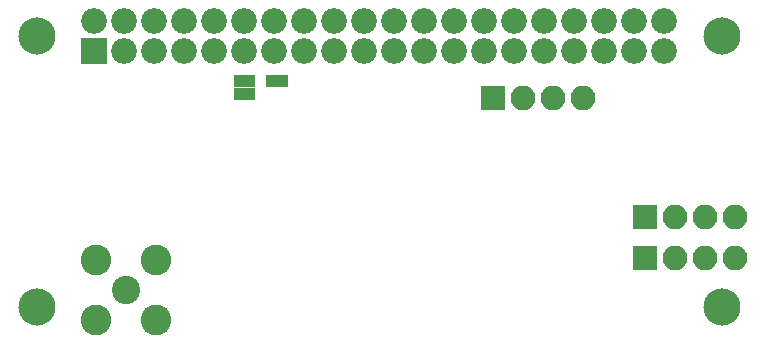
<source format=gbs>
G04 #@! TF.GenerationSoftware,KiCad,Pcbnew,5.0.0-rc2-unknown-fc71fc6~65~ubuntu16.04.1*
G04 #@! TF.CreationDate,2018-06-08T12:28:42+02:00*
G04 #@! TF.ProjectId,mmdvm_hs-hat,6D6D64766D5F68732D6861742E6B6963,1.7*
G04 #@! TF.SameCoordinates,Original*
G04 #@! TF.FileFunction,Soldermask,Bot*
G04 #@! TF.FilePolarity,Negative*
%FSLAX46Y46*%
G04 Gerber Fmt 4.6, Leading zero omitted, Abs format (unit mm)*
G04 Created by KiCad (PCBNEW 5.0.0-rc2-unknown-fc71fc6~65~ubuntu16.04.1) date Fri Jun  8 12:28:42 2018*
%MOMM*%
%LPD*%
G01*
G04 APERTURE LIST*
%ADD10O,2.100000X2.100000*%
%ADD11R,2.100000X2.100000*%
%ADD12R,0.975000X1.050000*%
%ADD13C,2.400000*%
%ADD14C,2.600000*%
%ADD15R,2.178000X2.178000*%
%ADD16C,2.178000*%
%ADD17C,3.148280*%
G04 APERTURE END LIST*
D10*
G04 #@! TO.C,P2*
X218038680Y-128045720D03*
X215498680Y-128045720D03*
X212958680Y-128045720D03*
D11*
X210418680Y-128045720D03*
G04 #@! TD*
D12*
G04 #@! TO.C,R20*
X178912500Y-113100000D03*
X179687500Y-113100000D03*
G04 #@! TD*
G04 #@! TO.C,R21*
X176947980Y-113100000D03*
X176172980Y-113100000D03*
G04 #@! TD*
G04 #@! TO.C,R22*
X176172980Y-114157760D03*
X176947980Y-114157760D03*
G04 #@! TD*
D11*
G04 #@! TO.C,P1*
X210418680Y-124543820D03*
D10*
X212958680Y-124543820D03*
X215498680Y-124543820D03*
X218038680Y-124543820D03*
G04 #@! TD*
D11*
G04 #@! TO.C,P4*
X197596760Y-114503200D03*
D10*
X200136760Y-114503200D03*
X202676760Y-114503200D03*
X205216760Y-114503200D03*
G04 #@! TD*
D13*
G04 #@! TO.C,P3*
X166500000Y-130800000D03*
D14*
X169040000Y-133340000D03*
X169040000Y-128260000D03*
X163960000Y-128260000D03*
X163960000Y-133340000D03*
G04 #@! TD*
D15*
G04 #@! TO.C,PI1*
X163830000Y-110507121D03*
D16*
X163830000Y-107967121D03*
X166370000Y-110507121D03*
X166370000Y-107967121D03*
X168910000Y-110507121D03*
X168910000Y-107967121D03*
X171450000Y-110507121D03*
X171450000Y-107967121D03*
X173990000Y-110507121D03*
X173990000Y-107967121D03*
X176530000Y-110507121D03*
X176530000Y-107967121D03*
X179070000Y-110507121D03*
X179070000Y-107967121D03*
X181610000Y-110507121D03*
X181610000Y-107967121D03*
X184150000Y-110507121D03*
X184150000Y-107967121D03*
X186690000Y-110507121D03*
X186690000Y-107967121D03*
X189230000Y-110507121D03*
X189230000Y-107967121D03*
X191770000Y-110507121D03*
X191770000Y-107967121D03*
X194310000Y-110507121D03*
X194310000Y-107967121D03*
X196850000Y-110507121D03*
X196850000Y-107967121D03*
X199390000Y-110507121D03*
X199390000Y-107967121D03*
X201930000Y-110507121D03*
X201930000Y-107967121D03*
X204470000Y-110507121D03*
X204470000Y-107967121D03*
X207010000Y-110507121D03*
X207010000Y-107967121D03*
X209550000Y-110507121D03*
X209550000Y-107967121D03*
X212090000Y-110507121D03*
X212090000Y-107967121D03*
D17*
X158958280Y-132239361D03*
X158958280Y-109237121D03*
X216959180Y-132239361D03*
X216959180Y-109237121D03*
G04 #@! TD*
M02*

</source>
